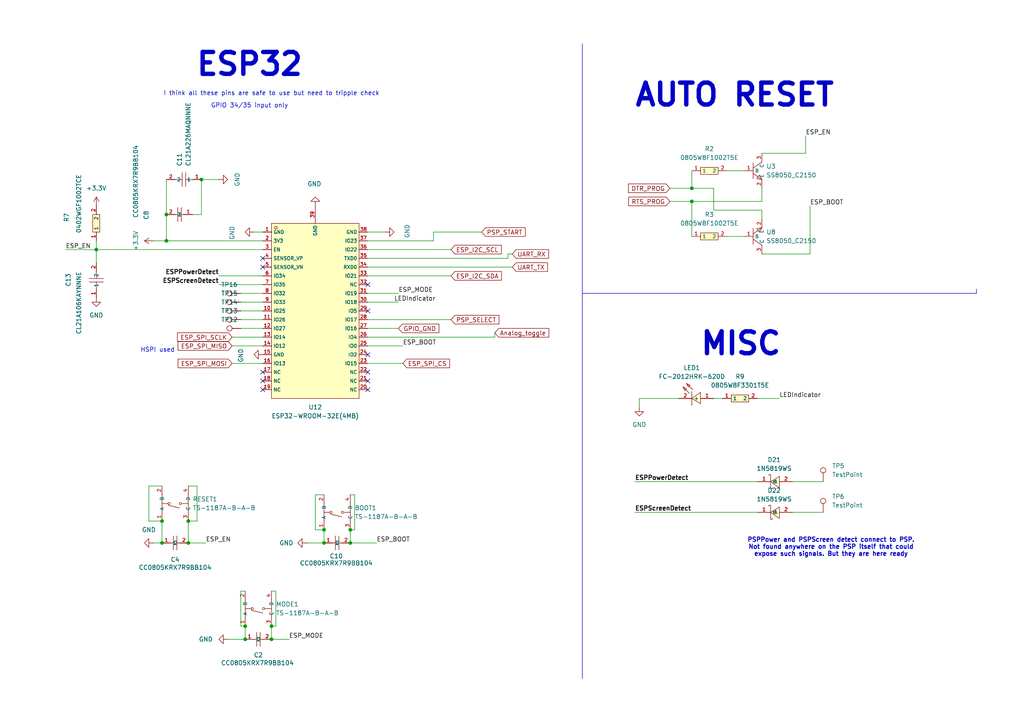
<source format=kicad_sch>
(kicad_sch (version 20231120) (generator "eeschema") (generator_version "8.0")
  (paper "A4")
  (title_block (title "PSP-Bluetooth") (date "2024-07-25") (rev "0.1") (comment 2 "https://github.com/ste2425/PSP-Bluetooth") (comment 4 "UNDER REVIEW - SUBJECT TO CHANGE"))
  (lib_symbols
    (symbol "Connector:TestPoint" (pin_numbers hide) (pin_names (offset 0.762) hide)
      (property "Reference" "TP" (at 0 6.858 0))
      (property "Value" "TestPoint" (at 0 5.08 0))
      (symbol "TestPoint_0_1"
        (circle (center 0 3.302) (radius 0.762))
      )
      (symbol "TestPoint_1_1"
        (pin passive line (at 0 0 90) (length 2.54) (name "1") (number "1"))
      )
    )
    (symbol "JLCPCB_schematic:0402WGF1002TCE"
      (property "Reference" "R" (at 0 1.27 0))
      (property "Value" "0402WGF1002TCE" (at 0 -2.54 0))
      (symbol "0402WGF1002TCE_0_1"
        (rectangle (start -2.54 1.016) (end 2.54 -1.016) (fill (type background)))
        (pin input line (at -5.08 0 0) (length 2.54) (name "1") (number "1"))
        (pin input line (at 5.08 0 180) (length 2.54) (name "2") (number "2"))
      )
    )
    (symbol "JLCPCB_schematic:0805W8F1002T5E"
      (property "Reference" "R" (at 0 1.27 0))
      (property "Value" "0805W8F1002T5E" (at 0 -2.54 0))
      (symbol "0805W8F1002T5E_0_1"
        (rectangle (start -2.54 1.016) (end 2.54 -1.016) (fill (type background)))
        (pin input line (at -5.08 0 0) (length 2.54) (name "1") (number "1"))
        (pin input line (at 5.08 0 180) (length 2.54) (name "2") (number "2"))
      )
    )
    (symbol "JLCPCB_schematic:0805W8F3301T5E"
      (property "Reference" "R" (at 0 1.27 0))
      (property "Value" "0805W8F3301T5E" (at 0 -2.54 0))
      (symbol "0805W8F3301T5E_0_1"
        (rectangle (start -2.54 1.016) (end 2.54 -1.016) (fill (type background)))
        (pin input line (at -5.08 0 0) (length 2.54) (name "1") (number "1"))
        (pin input line (at 5.08 0 180) (length 2.54) (name "2") (number "2"))
      )
    )
    (symbol "JLCPCB_schematic:1N5819WS"
      (property "Reference" "D" (at 0 1.27 0))
      (property "Value" "1N5819WS" (at 0 -2.54 0))
      (symbol "1N5819WS_0_1"
        (polyline (pts (xy -1.27 0) (xy -1.27 -2.032) (xy -0.762 -2.032) (xy -0.762 -1.778)))
        (polyline (pts (xy -1.27 0) (xy -1.27 2.032) (xy -1.778 2.032) (xy -1.778 1.778)))
        (polyline (pts (xy 1.27 1.524) (xy -1.27 0) (xy 1.27 -1.778) (xy 1.27 1.524)) (fill (type background)))
        (pin unspecified line (at -5.08 0 0) (length 3.81) (name "K") (number "1"))
        (pin unspecified line (at 5.08 0 180) (length 3.81) (name "A") (number "2"))
      )
    )
    (symbol "JLCPCB_schematic:CC0805KRX7R9BB104"
      (property "Reference" "C" (at 0 1.27 0))
      (property "Value" "CC0805KRX7R9BB104" (at 0 -2.54 0))
      (symbol "CC0805KRX7R9BB104_0_1"
        (polyline (pts (xy -1.27 0) (xy -0.508 0)))
        (polyline (pts (xy -0.508 2.032) (xy -0.508 -2.032)))
        (polyline (pts (xy 0.508 0) (xy 1.27 0)))
        (polyline (pts (xy 0.508 2.032) (xy 0.508 -2.032)))
        (pin input line (at -3.81 0 0) (length 2.54) (name "1") (number "1"))
        (pin input line (at 3.81 0 180) (length 2.54) (name "2") (number "2"))
      )
    )
    (symbol "JLCPCB_schematic:CL21A106KAYNNNE"
      (property "Reference" "C" (at 0 1.27 0))
      (property "Value" "CL21A106KAYNNNE" (at 0 -2.54 0))
      (symbol "CL21A106KAYNNNE_0_1"
        (polyline (pts (xy -0.508 -2.032) (xy -0.508 2.032)))
        (polyline (pts (xy -0.508 0) (xy -2.54 0)))
        (polyline (pts (xy 0.508 2.032) (xy 0.508 -2.032)))
        (polyline (pts (xy 2.54 0) (xy 0.508 0)))
        (pin unspecified line (at -5.08 0 0) (length 2.54) (name "1") (number "1"))
        (pin unspecified line (at 5.08 0 180) (length 2.54) (name "2") (number "2"))
      )
    )
    (symbol "JLCPCB_schematic:CL21A226MAQNNNE"
      (property "Reference" "C" (at 0 1.27 0))
      (property "Value" "CL21A226MAQNNNE" (at 0 -2.54 0))
      (symbol "CL21A226MAQNNNE_0_1"
        (polyline (pts (xy -0.508 -2.032) (xy -0.508 2.032)))
        (polyline (pts (xy -0.508 0) (xy -2.54 0)))
        (polyline (pts (xy 0.508 2.032) (xy 0.508 -2.032)))
        (polyline (pts (xy 2.54 0) (xy 0.508 0)))
        (pin unspecified line (at -5.08 0 0) (length 2.54) (name "1") (number "1"))
        (pin unspecified line (at 5.08 0 180) (length 2.54) (name "2") (number "2"))
      )
    )
    (symbol "JLCPCB_schematic:ESP32-WROOM-32E(4MB)"
      (property "Reference" "U" (at 0 1.27 0))
      (property "Value" "ESP32-WROOM-32E(4MB)" (at 0 -2.54 0))
      (symbol "ESP32-WROOM-32E(4MB)_0_1"
        (rectangle (start -12.7 25.4001) (end 12.7 -25.4001) (fill (type background)))
        (circle (center -11.43 24.13) (radius 0.381) (fill (type background)))
        (pin unspecified line (at -15.24 22.86 0) (length 2.54) (name "GND") (number "1"))
        (pin unspecified line (at -15.24 0 0) (length 2.54) (name "IO25") (number "10"))
        (pin unspecified line (at -15.24 -2.54 0) (length 2.54) (name "IO26") (number "11"))
        (pin unspecified line (at -15.24 -5.08 0) (length 2.54) (name "IO27") (number "12"))
        (pin unspecified line (at -15.24 -7.62 0) (length 2.54) (name "IO14") (number "13"))
        (pin unspecified line (at -15.24 -10.16 0) (length 2.54) (name "IO12") (number "14"))
        (pin unspecified line (at -15.24 -12.7 0) (length 2.54) (name "GND") (number "15"))
        (pin unspecified line (at -15.24 -15.24 0) (length 2.54) (name "IO13") (number "16"))
        (pin unspecified line (at -15.24 -17.78 0) (length 2.54) (name "NC") (number "17"))
        (pin unspecified line (at -15.24 -20.32 0) (length 2.54) (name "NC") (number "18"))
        (pin unspecified line (at -15.24 -22.86 0) (length 2.54) (name "NC") (number "19"))
        (pin unspecified line (at -15.24 20.32 0) (length 2.54) (name "3V3") (number "2"))
        (pin unspecified line (at 15.24 -22.86 180) (length 2.54) (name "NC") (number "20"))
        (pin unspecified line (at 15.24 -20.32 180) (length 2.54) (name "NC") (number "21"))
        (pin unspecified line (at 15.24 -17.78 180) (length 2.54) (name "NC") (number "22"))
        (pin unspecified line (at 15.24 -15.24 180) (length 2.54) (name "IO15") (number "23"))
        (pin unspecified line (at 15.24 -12.7 180) (length 2.54) (name "IO2") (number "24"))
        (pin unspecified line (at 15.24 -10.16 180) (length 2.54) (name "IO0") (number "25"))
        (pin unspecified line (at 15.24 -7.62 180) (length 2.54) (name "IO4") (number "26"))
        (pin unspecified line (at 15.24 -5.08 180) (length 2.54) (name "IO16") (number "27"))
        (pin unspecified line (at 15.24 -2.54 180) (length 2.54) (name "IO17") (number "28"))
        (pin unspecified line (at 15.24 0 180) (length 2.54) (name "IO5") (number "29"))
        (pin unspecified line (at -15.24 17.78 0) (length 2.54) (name "EN") (number "3"))
        (pin unspecified line (at 15.24 2.54 180) (length 2.54) (name "IO18") (number "30"))
        (pin unspecified line (at 15.24 5.08 180) (length 2.54) (name "IO19") (number "31"))
        (pin unspecified line (at 15.24 7.62 180) (length 2.54) (name "NC") (number "32"))
        (pin unspecified line (at 15.24 10.16 180) (length 2.54) (name "IO21") (number "33"))
        (pin unspecified line (at 15.24 12.7 180) (length 2.54) (name "RXD0") (number "34"))
        (pin unspecified line (at 15.24 15.24 180) (length 2.54) (name "TXD0") (number "35"))
        (pin unspecified line (at 15.24 17.78 180) (length 2.54) (name "IO22") (number "36"))
        (pin unspecified line (at 15.24 20.32 180) (length 2.54) (name "IO23") (number "37"))
        (pin unspecified line (at 15.24 22.86 180) (length 2.54) (name "GND") (number "38"))
        (pin unspecified line (at 0 30.48 270) (length 5.08) (name "GND") (number "39"))
        (pin unspecified line (at -15.24 15.24 0) (length 2.54) (name "SENSOR_VP") (number "4"))
        (pin unspecified line (at -15.24 12.7 0) (length 2.54) (name "SENSOR_VN") (number "5"))
        (pin unspecified line (at -15.24 10.16 0) (length 2.54) (name "IO34") (number "6"))
        (pin unspecified line (at -15.24 7.62 0) (length 2.54) (name "IO35") (number "7"))
        (pin unspecified line (at -15.24 5.08 0) (length 2.54) (name "IO32") (number "8"))
        (pin unspecified line (at -15.24 2.54 0) (length 2.54) (name "IO33") (number "9"))
      )
    )
    (symbol "JLCPCB_schematic:FC-2012HRK-620D"
      (property "Reference" "LED" (at 0 1.27 0))
      (property "Value" "FC-2012HRK-620D" (at 0 -2.54 0))
      (symbol "FC-2012HRK-620D_0_1"
        (polyline (pts (xy -2.032 1.524) (xy -3.81 3.302)))
        (polyline (pts (xy -1.27 2.032) (xy -1.27 -2.032)))
        (polyline (pts (xy -1.016 2.54) (xy -2.794 4.318)))
        (polyline (pts (xy -3.81 3.302) (xy -2.794 2.794) (xy -3.302 2.286) (xy -3.81 3.302)) (fill (type background)))
        (polyline (pts (xy -2.794 4.318) (xy -1.778 3.81) (xy -2.286 3.302) (xy -2.794 4.318)) (fill (type background)))
        (polyline (pts (xy 1.27 -1.524) (xy -1.27 0) (xy 1.27 1.778) (xy 1.27 -1.524)) (fill (type background)))
        (pin unspecified line (at 5.08 0 180) (length 3.81) (name "+") (number "1"))
        (pin unspecified line (at -5.08 0 0) (length 3.81) (name "-") (number "2"))
      )
    )
    (symbol "JLCPCB_schematic:SS8050_C2150"
      (property "Reference" "U" (at 0 1.27 0))
      (property "Value" "SS8050_C2150" (at 0 -2.54 0))
      (symbol "SS8050_C2150_0_1"
        (polyline (pts (xy -2.54 -0.762) (xy 0 -2.54)))
        (polyline (pts (xy -2.54 2.286) (xy -2.54 -2.286)))
        (polyline (pts (xy 0 2.54) (xy -2.54 0.762)))
        (polyline (pts (xy 0 -2.54) (xy -0.762 -1.27) (xy -1.524 -2.286) (xy 0 -2.54)) (fill (type background)))
        (pin unspecified line (at -5.08 0 0) (length 2.54) (name "B") (number "1"))
        (pin unspecified line (at 0 -5.08 90) (length 2.54) (name "E") (number "2"))
        (pin unspecified line (at 0 5.08 270) (length 2.54) (name "C") (number "3"))
      )
    )
    (symbol "JLCPCB_schematic:TS-1187A-B-A-B"
      (property "Reference" "U" (at 0 1.27 0))
      (property "Value" "TS-1187A-B-A-B" (at 0 -2.54 0))
      (symbol "TS-1187A-B-A-B_0_1"
        (circle (center 0 -2.794) (radius 0.3175) (fill (type background)))
        (polyline (pts (xy -2.54 -5.08) (xy 2.54 -5.08)))
        (polyline (pts (xy -2.54 2.54) (xy 2.54 2.54)))
        (polyline (pts (xy -0.508 0.762) (xy -1.27 -2.54)))
        (polyline (pts (xy 0 -3.302) (xy 0 -5.08)))
        (polyline (pts (xy 0 0.762) (xy 0 2.54)))
        (circle (center 0 0.508) (radius 0.3175) (fill (type background)))
        (pin unspecified line (at -5.08 2.54 0) (length 2.54) (name "A") (number "1"))
        (pin unspecified line (at 5.08 2.54 180) (length 2.54) (name "B") (number "2"))
        (pin unspecified line (at -5.08 -5.08 0) (length 2.54) (name "C") (number "3"))
        (pin unspecified line (at 5.08 -5.08 180) (length 2.54) (name "D") (number "4"))
      )
    )
    (symbol "power:+3.3V" (power) (pin_numbers hide) (pin_names (offset 0) hide)
      (property "Value" "+3.3V" (at 0 3.556 0))
      (symbol "+3.3V_0_1"
        (polyline (pts (xy -0.762 1.27) (xy 0 2.54)))
        (polyline (pts (xy 0 0) (xy 0 2.54)))
        (polyline (pts (xy 0 2.54) (xy 0.762 1.27)))
      )
      (symbol "+3.3V_1_1"
        (pin power_in line (at 0 0 90) (length 0) (name "~") (number "1"))
      )
    )
    (symbol "power:GND" (power) (pin_numbers hide) (pin_names (offset 0) hide)
      (property "Value" "GND" (at 0 -3.81 0))
      (symbol "GND_0_1"
        (polyline (pts (xy 0 0) (xy 0 -1.27) (xy 1.27 -1.27) (xy 0 -2.54) (xy -1.27 -1.27) (xy 0 -1.27)))
      )
      (symbol "GND_1_1"
        (pin power_in line (at 0 0 270) (length 0) (name "~") (number "1"))
      )
    )
  )
  (junction (at 101.6 157.48))
  (junction (at 54.61 151.13))
  (junction (at 48.26 62.23))
  (junction (at 200.66 54.61))
  (junction (at 48.26 69.85))
  (junction (at 200.66 58.42))
  (junction (at 27.94 72.39))
  (junction (at 46.99 157.48))
  (junction (at 93.98 153.67))
  (junction (at 78.74 181.61))
  (junction (at 71.12 185.42))
  (junction (at 46.99 151.13))
  (junction (at 71.12 181.61))
  (junction (at 54.61 157.48))
  (junction (at 93.98 157.48))
  (junction (at 58.42 52.07))
  (junction (at 78.74 185.42))
  (junction (at 101.6 153.67))
  (no_connect (at 106.68 107.95))
  (no_connect (at 106.68 113.03))
  (no_connect (at 106.68 110.49))
  (no_connect (at 76.2 107.95))
  (no_connect (at 76.2 74.93))
  (no_connect (at 106.68 90.17))
  (no_connect (at 76.2 110.49))
  (no_connect (at 76.2 113.03))
  (no_connect (at 106.68 82.55))
  (no_connect (at 106.68 102.87))
  (no_connect (at 76.2 77.47))
  (wire (pts (xy 106.68 100.33) (xy 116.84 100.33)))
  (wire (pts (xy 80.01 181.61) (xy 78.74 181.61)))
  (wire (pts (xy 54.61 151.13) (xy 54.61 157.48)))
  (wire (pts (xy 196.85 115.57) (xy 185.42 115.57)))
  (wire (pts (xy 46.99 140.97) (xy 43.18 140.97)))
  (wire (pts (xy 220.98 58.42) (xy 220.98 54.61)))
  (wire (pts (xy 27.94 72.39) (xy 76.2 72.39)))
  (wire (pts (xy 58.42 52.07) (xy 58.42 62.23)))
  (wire (pts (xy 43.18 140.97) (xy 43.18 151.13)))
  (wire (pts (xy 71.12 181.61) (xy 71.12 185.42)))
  (wire (pts (xy 106.68 67.31) (xy 111.76 67.31)))
  (wire (pts (xy 63.5 82.55) (xy 76.2 82.55)))
  (wire (pts (xy 101.6 153.67) (xy 101.6 157.48)))
  (wire (pts (xy 91.44 153.67) (xy 93.98 153.67)))
  (wire (pts (xy 80.01 171.45) (xy 80.01 181.61)))
  (wire (pts (xy 185.42 115.57) (xy 185.42 118.11)))
  (polyline (pts (xy 168.91 85.09) (xy 283.21 85.09)))
  (wire (pts (xy 44.45 69.85) (xy 48.26 69.85)))
  (wire (pts (xy 210.82 49.53) (xy 215.9 49.53)))
  (wire (pts (xy 207.01 54.61) (xy 207.01 60.96)))
  (wire (pts (xy 220.98 44.45) (xy 233.68 44.45)))
  (wire (pts (xy 106.68 95.25) (xy 115.57 95.25)))
  (wire (pts (xy 67.31 100.33) (xy 76.2 100.33)))
  (wire (pts (xy 27.94 69.85) (xy 27.94 72.39)))
  (wire (pts (xy 200.66 54.61) (xy 207.01 54.61)))
  (wire (pts (xy 106.68 105.41) (xy 116.84 105.41)))
  (wire (pts (xy 207.01 60.96) (xy 220.98 60.96)))
  (wire (pts (xy 106.68 72.39) (xy 130.81 72.39)))
  (wire (pts (xy 106.68 85.09) (xy 115.57 85.09)))
  (wire (pts (xy 194.31 54.61) (xy 200.66 54.61)))
  (wire (pts (xy 69.85 181.61) (xy 71.12 181.61)))
  (wire (pts (xy 102.87 153.67) (xy 101.6 153.67)))
  (wire (pts (xy 78.74 181.61) (xy 78.74 185.42)))
  (wire (pts (xy 46.99 151.13) (xy 46.99 157.48)))
  (wire (pts (xy 76.2 69.85) (xy 48.26 69.85)))
  (wire (pts (xy 67.31 97.79) (xy 76.2 97.79)))
  (wire (pts (xy 101.6 143.51) (xy 102.87 143.51)))
  (wire (pts (xy 44.45 157.48) (xy 46.99 157.48)))
  (polyline (pts (xy 168.91 12.7) (xy 168.91 196.85)))
  (wire (pts (xy 220.98 73.66) (xy 234.95 73.66)))
  (wire (pts (xy 69.85 95.25) (xy 76.2 95.25)))
  (wire (pts (xy 48.26 62.23) (xy 48.26 52.07)))
  (wire (pts (xy 69.85 90.17) (xy 76.2 90.17)))
  (wire (pts (xy 73.66 67.31) (xy 76.2 67.31)))
  (polyline (pts (xy 283.21 83.82) (xy 283.21 85.09)))
  (wire (pts (xy 106.68 77.47) (xy 148.59 77.47)))
  (wire (pts (xy 106.68 92.71) (xy 130.81 92.71)))
  (wire (pts (xy 194.31 58.42) (xy 200.66 58.42)))
  (wire (pts (xy 143.51 97.79) (xy 143.51 96.52)))
  (wire (pts (xy 148.59 73.66) (xy 147.32 73.66)))
  (wire (pts (xy 69.85 171.45) (xy 69.85 181.61)))
  (wire (pts (xy 43.18 151.13) (xy 46.99 151.13)))
  (wire (pts (xy 184.15 139.7) (xy 219.71 139.7)))
  (wire (pts (xy 57.15 140.97) (xy 57.15 151.13)))
  (wire (pts (xy 59.69 157.48) (xy 54.61 157.48)))
  (wire (pts (xy 69.85 85.09) (xy 76.2 85.09)))
  (wire (pts (xy 184.15 148.59) (xy 219.71 148.59)))
  (wire (pts (xy 106.68 97.79) (xy 143.51 97.79)))
  (wire (pts (xy 63.5 80.01) (xy 76.2 80.01)))
  (wire (pts (xy 210.82 68.58) (xy 215.9 68.58)))
  (wire (pts (xy 106.68 87.63) (xy 115.57 87.63)))
  (wire (pts (xy 91.44 143.51) (xy 91.44 153.67)))
  (wire (pts (xy 19.05 72.39) (xy 27.94 72.39)))
  (wire (pts (xy 54.61 140.97) (xy 57.15 140.97)))
  (wire (pts (xy 233.68 44.45) (xy 233.68 39.37)))
  (wire (pts (xy 101.6 157.48) (xy 109.22 157.48)))
  (wire (pts (xy 63.5 52.07) (xy 58.42 52.07)))
  (wire (pts (xy 93.98 143.51) (xy 91.44 143.51)))
  (wire (pts (xy 55.88 62.23) (xy 58.42 62.23)))
  (wire (pts (xy 66.04 185.42) (xy 71.12 185.42)))
  (wire (pts (xy 106.68 74.93) (xy 147.32 74.93)))
  (wire (pts (xy 229.87 148.59) (xy 238.76 148.59)))
  (wire (pts (xy 200.66 58.42) (xy 220.98 58.42)))
  (wire (pts (xy 220.98 60.96) (xy 220.98 63.5)))
  (wire (pts (xy 71.12 171.45) (xy 69.85 171.45)))
  (wire (pts (xy 200.66 54.61) (xy 200.66 49.53)))
  (wire (pts (xy 125.73 67.31) (xy 125.73 69.85)))
  (wire (pts (xy 106.68 80.01) (xy 130.81 80.01)))
  (wire (pts (xy 229.87 139.7) (xy 238.76 139.7)))
  (wire (pts (xy 125.73 69.85) (xy 106.68 69.85)))
  (wire (pts (xy 48.26 62.23) (xy 48.26 69.85)))
  (wire (pts (xy 78.74 171.45) (xy 80.01 171.45)))
  (wire (pts (xy 200.66 58.42) (xy 200.66 68.58)))
  (wire (pts (xy 147.32 73.66) (xy 147.32 74.93)))
  (wire (pts (xy 27.94 72.39) (xy 27.94 76.2)))
  (wire (pts (xy 219.71 115.57) (xy 226.06 115.57)))
  (wire (pts (xy 67.31 105.41) (xy 76.2 105.41)))
  (wire (pts (xy 207.01 115.57) (xy 209.55 115.57)))
  (wire (pts (xy 69.85 92.71) (xy 76.2 92.71)))
  (wire (pts (xy 125.73 67.31) (xy 139.7 67.31)))
  (wire (pts (xy 93.98 153.67) (xy 93.98 157.48)))
  (wire (pts (xy 69.85 87.63) (xy 76.2 87.63)))
  (wire (pts (xy 102.87 143.51) (xy 102.87 153.67)))
  (wire (pts (xy 57.15 151.13) (xy 54.61 151.13)))
  (wire (pts (xy 83.82 185.42) (xy 78.74 185.42)))
  (wire (pts (xy 234.95 73.66) (xy 234.95 59.69)))
  (wire (pts (xy 88.9 157.48) (xy 93.98 157.48)))
  (text "ESP32" (at 72.39 18.796 0) (effects (font (size 6.35 6.35) (thickness 1.27) (bold yes))))
  (text "HSPI used" (at 45.72 101.6 0) (effects (font (size 1.27 1.27))))
  (text "PSPPower and PSPScreen detect connect to PSP.\nNot found anywhere on the PSP itself that could\nexpose such signals. But they are here ready" (at 241.046 158.75 0) (effects (font (size 1.27 1.27) (bold yes))))
  (text "AUTO RESET" (at 213.106 27.686 0) (effects (font (size 6.35 6.35) (thickness 1.27) (bold yes))))
  (text "I think all these pins are safe to use but need to tripple check" (at 78.74 27.178 0) (effects (font (size 1.27 1.27))))
  (text "GPIO 34/35 input only" (at 72.39 30.734 0) (effects (font (size 1.27 1.27))))
  (text "MISC" (at 214.884 99.822 0) (effects (font (size 6.35 6.35) (bold yes))))
  (label "ESP_BOOT" (at 116.84 100.33 0))
  (label "ESPScreenDetect" (at 184.15 148.59 0) (effects (font (bold yes))))
  (label "ESPPowerDetect" (at 63.5 80.01 180) (effects (font (bold yes))))
  (label "ESP_EN" (at 59.69 157.48 0))
  (label "ESP_EN" (at 19.05 72.39 0))
  (label "ESP_BOOT" (at 234.95 59.69 0))
  (label "ESPPowerDetect" (at 184.15 139.7 0) (effects (font (bold yes))))
  (label "ESP_EN" (at 233.68 39.37 0))
  (label "ESP_BOOT" (at 109.22 157.48 0))
  (label "LEDIndicator" (at 114.3 87.63 0))
  (label "ESP_MODE" (at 83.82 185.42 0))
  (label "ESP_MODE" (at 115.57 85.09 0))
  (label "LEDIndicator" (at 226.06 115.57 0))
  (label "ESPScreenDetect" (at 63.5 82.55 180) (effects (font (bold yes))))
  (global_label "DTR_PROG" (shape input) (at 194.31 54.61 180) (property "Intersheetrefs" "${INTERSHEET_REFS}" (effects (hide yes))))
  (global_label "GPIO_GND" (shape input) (at 115.57 95.25 0) (property "Intersheetrefs" "${INTERSHEET_REFS}" (effects (hide yes))))
  (global_label "ESP_I2C_SDA" (shape input) (at 130.81 80.01 0) (property "Intersheetrefs" "${INTERSHEET_REFS}" (effects (hide yes))))
  (global_label "ESP_SPI_SCLK" (shape input) (at 67.31 97.79 180) (property "Intersheetrefs" "${INTERSHEET_REFS}" (effects (hide yes))))
  (global_label "ESP_SPI_MOSI" (shape input) (at 67.31 105.41 180) (property "Intersheetrefs" "${INTERSHEET_REFS}" (effects (hide yes))))
  (global_label "UART_TX" (shape input) (at 148.59 77.47 0) (property "Intersheetrefs" "${INTERSHEET_REFS}" (effects (hide yes))))
  (global_label "UART_RX" (shape input) (at 148.59 73.66 0) (property "Intersheetrefs" "${INTERSHEET_REFS}" (effects (hide yes))))
  (global_label "PSP_SELECT" (shape input) (at 130.81 92.71 0) (property "Intersheetrefs" "${INTERSHEET_REFS}" (effects (hide yes))))
  (global_label "PSP_START" (shape input) (at 139.7 67.31 0) (property "Intersheetrefs" "${INTERSHEET_REFS}" (effects (hide yes))))
  (global_label "Analog_toggle" (shape input) (at 143.51 96.52 0) (property "Intersheetrefs" "${INTERSHEET_REFS}" (effects (hide yes))))
  (global_label "ESP_I2C_SCL" (shape input) (at 130.81 72.39 0) (property "Intersheetrefs" "${INTERSHEET_REFS}" (effects (hide yes))))
  (global_label "RTS_PROG" (shape input) (at 194.31 58.42 180) (property "Intersheetrefs" "${INTERSHEET_REFS}" (effects (hide yes))))
  (global_label "ESP_SPI_MISO" (shape input) (at 67.31 100.33 180) (property "Intersheetrefs" "${INTERSHEET_REFS}" (effects (hide yes))))
  (global_label "ESP_SPI_CS" (shape input) (at 116.84 105.41 0) (property "Intersheetrefs" "${INTERSHEET_REFS}" (effects (hide yes))))
  (symbol (lib_id "power:GND") (at 66.04 185.42 270) (unit 1)
    (property "Reference" "#PWR05" (effects (hide yes)))
    (property "Value" "GND" (at 59.69 185.42 90))
    (property "Description" "Power symbol creates a global label with name \"GND\" , ground" (effects (hide yes)))
  )
  (symbol (lib_id "power:GND") (at 91.44 59.69 180) (unit 1)
    (property "Reference" "#PWR057" (effects (hide yes)))
    (property "Value" "GND" (at 91.186 53.34 0))
    (property "Description" "Power symbol creates a global label with name \"GND\" , ground" (effects (hide yes)))
  )
  (symbol (lib_id "JLCPCB_schematic:CL21A226MAQNNNE") (at 53.34 52.07 180) (unit 1)
    (property "Reference" "C11" (at 52.0699 48.26 90) (effects (justify right)))
    (property "Value" "CL21A226MAQNNNE" (at 54.6099 48.26 90) (effects (justify right)))
    (property "Footprint" "JLCPCB_footprint:C0805" (effects (hide yes)))
    (property "Datasheet" "https://item.szlcsc.com/373011.html" (effects (hide yes)))
    (property "Description" "22uF" (effects (hide yes)))
    (property "LCSC" "C45783" (effects (hide yes)))
  )
  (symbol (lib_id "JLCPCB_schematic:0805W8F1002T5E") (at 205.74 68.58 0) (unit 1)
    (property "Reference" "R3" (at 205.74 62.23 0))
    (property "Value" "0805W8F1002T5E" (at 205.74 64.77 0))
    (property "Footprint" "JLCPCB_footprint:R0805" (effects (hide yes)))
    (property "Datasheet" "https://item.szlcsc.com/142685.html" (effects (hide yes)))
    (property "Description" "10k" (effects (hide yes)))
    (property "LCSC" "C17414" (effects (hide yes)))
  )
  (symbol (lib_id "JLCPCB_schematic:CC0805KRX7R9BB104") (at 97.79 157.48 0) (unit 1)
    (property "Reference" "C10" (at 97.536 161.29 0))
    (property "Value" "CC0805KRX7R9BB104" (at 97.536 163.322 0))
    (property "Footprint" "JLCPCB_footprint:C0805" (effects (hide yes)))
    (property "Datasheet" "https://item.szlcsc.com/373011.html" (effects (hide yes)))
    (property "Description" ".1uF" (effects (hide yes)))
    (property "LCSC" "C49678" (effects (hide yes)))
  )
  (symbol (lib_id "Connector:TestPoint") (at 69.85 85.09 90) (unit 1)
    (property "Reference" "TP16" (at 66.548 82.55 90))
    (property "Value" "TestPoint" (effects (hide yes)))
    (property "Footprint" "TestPoint:TestPoint_Pad_1.5x1.5mm" (effects (hide yes)))
    (property "Description" "test point" (effects (hide yes)))
  )
  (symbol (lib_id "JLCPCB_schematic:SS8050_C2150") (at 220.98 49.53 0) (unit 1)
    (property "Reference" "U3" (at 222.25 48.2599 0) (effects (justify left)))
    (property "Value" "SS8050_C2150" (at 222.25 50.7999 0) (effects (justify left)))
    (property "Footprint" "JLCPCB_footprint:SOT-23-3_L2.9-W1.3-P1.90-LS2.4-BR" (effects (hide yes)))
    (property "Datasheet" "https://www.diodes.com/assets/Package-Files/SOT23.pdf" (effects (hide yes)))
    (property "Description" "transistor/mosfet things" (effects (hide yes)))
    (property "LCSC" "C2150" (effects (hide yes)))
  )
  (symbol (lib_id "JLCPCB_schematic:1N5819WS") (at 224.79 139.7 0) (unit 1)
    (property "Reference" "D21" (at 224.536 133.35 0))
    (property "Value" "1N5819WS" (at 224.536 135.89 0))
    (property "Footprint" "JLCPCB_footprint:SOD-323_L1.8-W1.3-LS2.5-RD" (effects (hide yes)))
    (property "Datasheet" "https://item.szlcsc.com/295156.html" (effects (hide yes)))
    (property "Description" "shotkey diode" (effects (hide yes)))
    (property "LCSC" "C191023" (effects (hide yes)))
  )
  (symbol (lib_id "power:GND") (at 111.76 67.31 90) (unit 1)
    (property "Reference" "#PWR058" (effects (hide yes)))
    (property "Value" "GND" (at 118.11 67.056 0))
    (property "Description" "Power symbol creates a global label with name \"GND\" , ground" (effects (hide yes)))
  )
  (symbol (lib_id "Connector:TestPoint") (at 69.85 92.71 90) (unit 1)
    (property "Reference" "TP13" (at 66.548 90.17 90))
    (property "Value" "TestPoint" (effects (hide yes)))
    (property "Footprint" "TestPoint:TestPoint_Pad_1.5x1.5mm" (effects (hide yes)))
    (property "Description" "test point" (effects (hide yes)))
  )
  (symbol (lib_id "power:GND") (at 73.66 67.31 270) (unit 1)
    (property "Reference" "#PWR056" (effects (hide yes)))
    (property "Value" "GND" (at 67.31 67.564 0))
    (property "Description" "Power symbol creates a global label with name \"GND\" , ground" (effects (hide yes)))
  )
  (symbol (lib_id "power:GND") (at 88.9 157.48 270) (unit 1)
    (property "Reference" "#PWR06" (effects (hide yes)))
    (property "Value" "GND" (at 83.058 157.48 90))
    (property "Description" "Power symbol creates a global label with name \"GND\" , ground" (effects (hide yes)))
  )
  (symbol (lib_id "JLCPCB_schematic:TS-1187A-B-A-B") (at 49.53 146.05 90) (unit 1)
    (property "Reference" "RESET1" (at 55.88 144.7799 90) (effects (justify right)))
    (property "Value" "TS-1187A-B-A-B" (at 55.88 147.3199 90) (effects (justify right)))
    (property "Footprint" "JLCPCB_footprint:SW-SMD_4P-L5.1-W5.1-P3.70-LS6.5-TL-2" (effects (hide yes)))
    (property "Datasheet" "https://item.szlcsc.com/300285.html" (effects (hide yes)))
    (property "LCSC" "C318884" (effects (hide yes)))
  )
  (symbol (lib_id "Connector:TestPoint") (at 238.76 139.7 0) (unit 1)
    (property "Reference" "TP5" (at 241.3 135.1279 0) (effects (justify left)))
    (property "Value" "TestPoint" (at 241.3 137.6679 0) (effects (justify left)))
    (property "Footprint" "TestPoint:TestPoint_Pad_2.5x2.5mm" (effects (hide yes)))
    (property "Description" "test point" (effects (hide yes)))
  )
  (symbol (lib_id "JLCPCB_schematic:0805W8F3301T5E") (at 214.63 115.57 0) (unit 1)
    (property "Reference" "R9" (at 214.63 109.22 0))
    (property "Value" "0805W8F3301T5E" (at 214.63 111.76 0))
    (property "Footprint" "JLCPCB_footprint:R0805" (effects (hide yes)))
    (property "Datasheet" "https://item.szlcsc.com/142685.html" (effects (hide yes)))
    (property "Description" "3.3K" (effects (hide yes)))
    (property "LCSC" "C26010" (effects (hide yes)))
  )
  (symbol (lib_id "JLCPCB_schematic:TS-1187A-B-A-B") (at 96.52 148.59 90) (unit 1)
    (property "Reference" "BOOT1" (at 102.87 147.3199 90) (effects (justify right)))
    (property "Value" "TS-1187A-B-A-B" (at 102.87 149.8599 90) (effects (justify right)))
    (property "Footprint" "JLCPCB_footprint:SW-SMD_4P-L5.1-W5.1-P3.70-LS6.5-TL-2" (effects (hide yes)))
    (property "Datasheet" "https://item.szlcsc.com/300285.html" (effects (hide yes)))
    (property "Description" "boo" (effects (hide yes)))
    (property "LCSC" "C318884" (effects (hide yes)))
  )
  (symbol (lib_id "power:GND") (at 44.45 157.48 270) (unit 1)
    (property "Reference" "#PWR04" (effects (hide yes)))
    (property "Value" "GND" (at 43.18 153.67 90))
    (property "Description" "Power symbol creates a global label with name \"GND\" , ground" (effects (hide yes)))
  )
  (symbol (lib_id "Connector:TestPoint") (at 238.76 148.59 0) (unit 1)
    (property "Reference" "TP6" (at 241.3 144.0179 0) (effects (justify left)))
    (property "Value" "TestPoint" (at 241.3 146.5579 0) (effects (justify left)))
    (property "Footprint" "TestPoint:TestPoint_Pad_2.5x2.5mm" (effects (hide yes)))
    (property "Description" "test point" (effects (hide yes)))
  )
  (symbol (lib_id "power:+3.3V") (at 27.94 59.69 0) (unit 1)
    (property "Reference" "#PWR059" (effects (hide yes)))
    (property "Value" "+3.3V" (at 27.94 54.61 0))
    (property "Description" "Power symbol creates a global label with name \"+3.3V\"" (effects (hide yes)))
  )
  (symbol (lib_id "JLCPCB_schematic:TS-1187A-B-A-B") (at 73.66 176.53 90) (unit 1)
    (property "Reference" "MODE1" (at 80.01 175.2599 90) (effects (justify right)))
    (property "Value" "TS-1187A-B-A-B" (at 80.01 177.7999 90) (effects (justify right)))
    (property "Footprint" "JLCPCB_footprint:SW-SMD_4P-L5.1-W5.1-P3.70-LS6.5-TL-2" (effects (hide yes)))
    (property "Datasheet" "https://item.szlcsc.com/300285.html" (effects (hide yes)))
    (property "LCSC" "C318884" (effects (hide yes)))
  )
  (symbol (lib_id "power:GND") (at 76.2 102.87 270) (unit 1)
    (property "Reference" "#PWR036" (effects (hide yes)))
    (property "Value" "GND" (at 69.85 103.124 0))
    (property "Description" "Power symbol creates a global label with name \"GND\" , ground" (effects (hide yes)))
  )
  (symbol (lib_id "JLCPCB_schematic:CL21A106KAYNNNE") (at 27.94 81.28 90) (unit 1)
    (property "Reference" "C13" (at 19.812 79.248 0) (effects (justify right)))
    (property "Value" "CL21A106KAYNNNE" (at 22.86 78.74 0) (effects (justify right)))
    (property "Footprint" "JLCPCB_footprint:C0805" (effects (hide yes)))
    (property "Datasheet" "https://item.szlcsc.com/373011.html" (effects (hide yes)))
    (property "Description" "10uF" (effects (hide yes)))
    (property "LCSC" "C15850" (effects (hide yes)))
  )
  (symbol (lib_id "Connector:TestPoint") (at 69.85 87.63 90) (unit 1)
    (property "Reference" "TP15" (at 66.548 85.09 90))
    (property "Value" "TestPoint" (effects (hide yes)))
    (property "Footprint" "TestPoint:TestPoint_Pad_1.5x1.5mm" (effects (hide yes)))
    (property "Description" "test point" (effects (hide yes)))
  )
  (symbol (lib_id "Connector:TestPoint") (at 69.85 95.25 90) (unit 1)
    (property "Reference" "TP12" (at 66.548 92.71 90))
    (property "Value" "TestPoint" (effects (hide yes)))
    (property "Footprint" "TestPoint:TestPoint_Pad_1.5x1.5mm" (effects (hide yes)))
    (property "Description" "test point" (effects (hide yes)))
  )
  (symbol (lib_id "Connector:TestPoint") (at 69.85 90.17 90) (unit 1)
    (property "Reference" "TP14" (at 66.548 87.63 90))
    (property "Value" "TestPoint" (effects (hide yes)))
    (property "Footprint" "TestPoint:TestPoint_Pad_1.5x1.5mm" (effects (hide yes)))
    (property "Description" "test point" (effects (hide yes)))
  )
  (symbol (lib_id "JLCPCB_schematic:0805W8F1002T5E") (at 205.74 49.53 0) (unit 1)
    (property "Reference" "R2" (at 205.74 43.18 0))
    (property "Value" "0805W8F1002T5E" (at 205.74 45.72 0))
    (property "Footprint" "JLCPCB_footprint:R0805" (effects (hide yes)))
    (property "Datasheet" "https://item.szlcsc.com/142685.html" (effects (hide yes)))
    (property "Description" "10k" (effects (hide yes)))
    (property "LCSC" "C17414" (effects (hide yes)))
  )
  (symbol (lib_id "power:+3.3V") (at 44.45 69.85 90) (unit 1)
    (property "Reference" "#PWR034" (effects (hide yes)))
    (property "Value" "+3.3V" (at 39.37 69.85 0))
    (property "Description" "Power symbol creates a global label with name \"+3.3V\"" (effects (hide yes)))
  )
  (symbol (lib_id "JLCPCB_schematic:SS8050_C2150") (at 220.98 68.58 0) (mirror x) (unit 1)
    (property "Reference" "U8" (at 222.25 67.3099 0) (effects (justify left)))
    (property "Value" "SS8050_C2150" (at 222.25 69.8499 0) (effects (justify left)))
    (property "Footprint" "JLCPCB_footprint:SOT-23-3_L2.9-W1.3-P1.90-LS2.4-BR" (effects (hide yes)))
    (property "Datasheet" "https://www.diodes.com/assets/Package-Files/SOT23.pdf" (effects (hide yes)))
    (property "Description" "transistor/mosfet things" (effects (hide yes)))
    (property "LCSC" "C2150" (effects (hide yes)))
  )
  (symbol (lib_id "JLCPCB_schematic:FC-2012HRK-620D") (at 201.93 115.57 0) (unit 1)
    (property "Reference" "LED1" (at 200.66 106.68 0))
    (property "Value" "FC-2012HRK-620D" (at 200.66 109.22 0))
    (property "Footprint" "JLCPCB_footprint:LED0805-R-RD" (effects (hide yes)))
    (property "Datasheet" "https://item.szlcsc.com/88042.html" (effects (hide yes)))
    (property "LCSC" "C84256" (effects (hide yes)))
  )
  (symbol (lib_id "JLCPCB_schematic:CC0805KRX7R9BB104") (at 52.07 62.23 180) (unit 1)
    (property "Reference" "C8" (at 42.418 63.754 90) (effects (justify right)))
    (property "Value" "CC0805KRX7R9BB104" (at 39.37 63.246 90) (effects (justify right)))
    (property "Footprint" "JLCPCB_footprint:C0805" (effects (hide yes)))
    (property "Datasheet" "https://item.szlcsc.com/373011.html" (effects (hide yes)))
    (property "Description" ".1uF" (effects (hide yes)))
    (property "LCSC" "C49678" (effects (hide yes)))
  )
  (symbol (lib_id "JLCPCB_schematic:0402WGF1002TCE") (at 27.94 64.77 90) (unit 1)
    (property "Reference" "R7" (at 19.304 61.722 0) (effects (justify right)))
    (property "Value" "0402WGF1002TCE" (at 22.86 50.546 0) (effects (justify right)))
    (property "Footprint" "JLCPCB_footprint:R0402" (effects (hide yes)))
    (property "Datasheet" "https://item.szlcsc.com/323315.html" (effects (hide yes)))
    (property "Description" "10K" (effects (hide yes)))
    (property "LCSC" "C25744" (effects (hide yes)))
  )
  (symbol (lib_id "JLCPCB_schematic:1N5819WS") (at 224.79 148.59 0) (unit 1)
    (property "Reference" "D22" (at 224.536 142.24 0))
    (property "Value" "1N5819WS" (at 224.536 144.78 0))
    (property "Footprint" "JLCPCB_footprint:SOD-323_L1.8-W1.3-LS2.5-RD" (effects (hide yes)))
    (property "Datasheet" "https://item.szlcsc.com/295156.html" (effects (hide yes)))
    (property "Description" "shotkey diode" (effects (hide yes)))
    (property "LCSC" "C191023" (effects (hide yes)))
  )
  (symbol (lib_id "JLCPCB_schematic:CC0805KRX7R9BB104") (at 74.93 185.42 0) (unit 1)
    (property "Reference" "C2" (at 74.93 189.992 0))
    (property "Value" "CC0805KRX7R9BB104" (at 74.676 192.278 0))
    (property "Footprint" "JLCPCB_footprint:C0805" (effects (hide yes)))
    (property "Datasheet" "https://item.szlcsc.com/373011.html" (effects (hide yes)))
    (property "Description" ".1uF" (effects (hide yes)))
    (property "LCSC" "C49678" (effects (hide yes)))
  )
  (symbol (lib_id "JLCPCB_schematic:CC0805KRX7R9BB104") (at 50.8 157.48 0) (unit 1)
    (property "Reference" "C4" (at 50.8 162.306 0))
    (property "Value" "CC0805KRX7R9BB104" (at 50.8 164.592 0))
    (property "Footprint" "JLCPCB_footprint:C0805" (effects (hide yes)))
    (property "Datasheet" "https://item.szlcsc.com/373011.html" (effects (hide yes)))
    (property "Description" ".1uF" (effects (hide yes)))
    (property "LCSC" "C49678" (effects (hide yes)))
  )
  (symbol (lib_id "power:GND") (at 185.42 118.11 0) (unit 1)
    (property "Reference" "#PWR019" (effects (hide yes)))
    (property "Value" "GND" (at 185.42 123.19 0))
    (property "Description" "Power symbol creates a global label with name \"GND\" , ground" (effects (hide yes)))
  )
  (symbol (lib_id "power:GND") (at 27.94 86.36 0) (unit 1)
    (property "Reference" "#PWR060" (effects (hide yes)))
    (property "Value" "GND" (at 27.94 91.44 0))
    (property "Description" "Power symbol creates a global label with name \"GND\" , ground" (effects (hide yes)))
  )
  (symbol (lib_id "power:GND") (at 63.5 52.07 90) (unit 1)
    (property "Reference" "#PWR035" (effects (hide yes)))
    (property "Value" "GND" (at 68.834 52.07 0))
    (property "Description" "Power symbol creates a global label with name \"GND\" , ground" (effects (hide yes)))
  )
  (symbol (lib_id "JLCPCB_schematic:ESP32-WROOM-32E(4MB)") (at 91.44 90.17 0) (unit 1)
    (property "Reference" "U12" (at 91.44 118.11 0))
    (property "Value" "ESP32-WROOM-32E(4MB)" (at 91.44 120.65 0))
    (property "Footprint" "JLCPCB_footprint:WIFI-SMD_ESP32-WROOM-32E" (effects (hide yes)))
    (property "Datasheet" "https://atta.szlcsc.com/upload/public/pdf/source/20220601/0020821B65DE5740BBACA5FACC5CF3B6.pdf" (effects (hide yes)))
    (property "LCSC" "C701341" (effects (hide yes)))
  )
)
</source>
